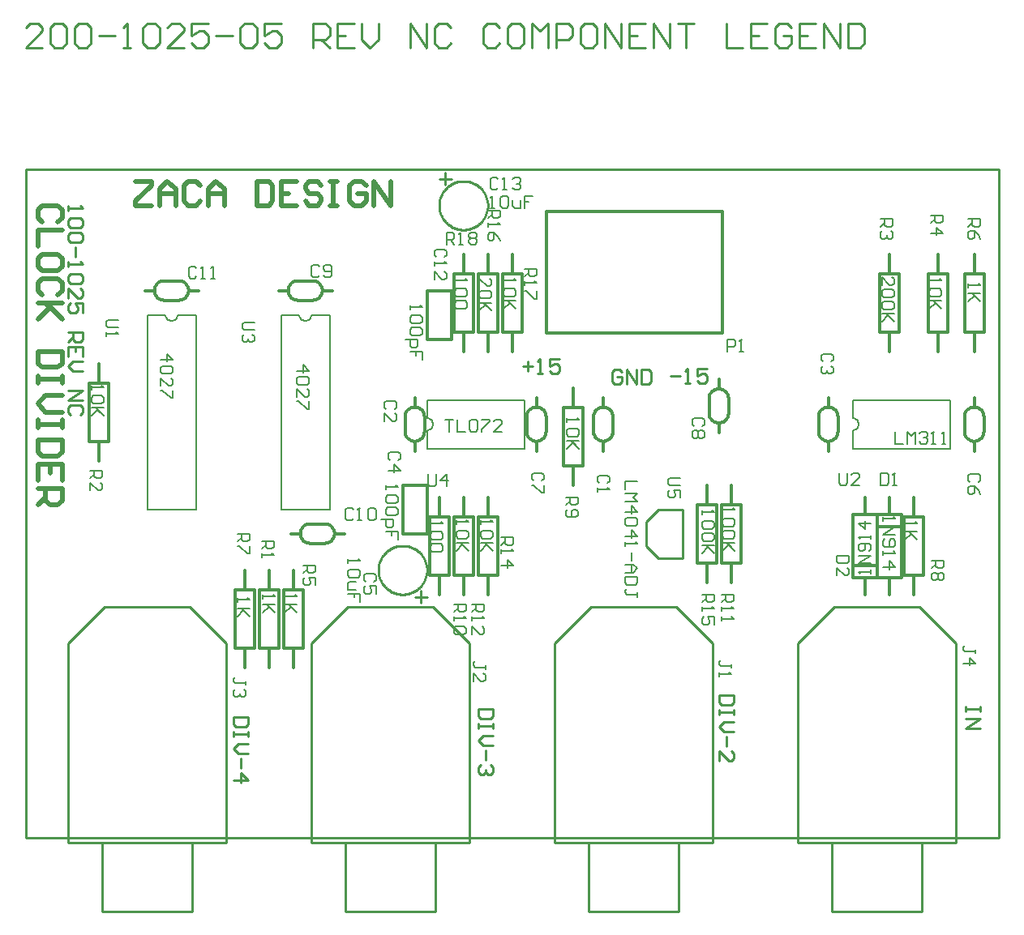
<source format=gto>
*%FSLAX23Y23*%
*%MOIN*%
G01*
%ADD11C,0.007*%
%ADD12C,0.008*%
%ADD13C,0.010*%
%ADD14C,0.012*%
%ADD15C,0.020*%
%ADD16C,0.032*%
%ADD17C,0.036*%
%ADD18C,0.050*%
%ADD19C,0.052*%
%ADD20C,0.055*%
%ADD21C,0.056*%
%ADD22C,0.060*%
%ADD23C,0.061*%
%ADD24C,0.062*%
%ADD25C,0.068*%
%ADD26C,0.070*%
%ADD27C,0.080*%
%ADD28C,0.090*%
%ADD29C,0.095*%
%ADD30C,0.115*%
%ADD31C,0.120*%
%ADD32C,0.125*%
%ADD33C,0.126*%
%ADD34C,0.131*%
%ADD35C,0.150*%
%ADD36C,0.156*%
%ADD37R,0.062X0.062*%
%ADD38R,0.068X0.068*%
D12*
X11657Y8734D02*
Y8751D01*
Y8743D02*
Y8734D01*
Y8743D02*
X11707D01*
X11708D01*
X11707D02*
X11699Y8751D01*
Y8709D02*
X11707Y8701D01*
Y8684D01*
X11699Y8676D01*
X11665D01*
X11657Y8684D01*
Y8701D01*
X11665Y8709D01*
X11699D01*
X11707Y8659D02*
X11657D01*
X11674D01*
X11707Y8626D01*
X11682Y8651D01*
X11657Y8626D01*
X11662Y9011D02*
X11712D01*
Y8986D01*
X11704Y8978D01*
X11687D01*
X11679Y8986D01*
Y9011D01*
Y8994D02*
X11662Y8978D01*
Y8936D02*
X11712D01*
X11687Y8961D01*
Y8928D01*
X11817Y8731D02*
Y8714D01*
Y8723D01*
X11867D01*
X11868D01*
X11867D02*
X11859Y8731D01*
X11867Y8689D02*
X11817D01*
X11834D01*
X11867Y8656D01*
X11842Y8681D01*
X11817Y8656D01*
Y8996D02*
X11867D01*
Y8971D01*
X11859Y8963D01*
X11842D01*
X11834Y8971D01*
Y8996D01*
Y8979D02*
X11817Y8963D01*
X11859Y8929D02*
X11867Y8913D01*
X11859Y8929D02*
X11842Y8946D01*
X11825D01*
X11817Y8938D01*
Y8921D01*
X11825Y8913D01*
X11834D01*
X11842Y8921D01*
Y8946D01*
X11867Y7921D02*
X11859Y7913D01*
X11867Y7921D02*
Y7938D01*
X11859Y7946D01*
X11825D01*
X11817Y7938D01*
Y7921D01*
X11825Y7913D01*
X11859Y7879D02*
X11867Y7863D01*
X11859Y7879D02*
X11842Y7896D01*
X11825D01*
X11817Y7888D01*
Y7871D01*
X11825Y7863D01*
X11834D01*
X11842Y7871D01*
Y7896D01*
X11462Y8723D02*
Y8756D01*
X11495Y8723D01*
X11504D01*
X11512Y8731D01*
Y8748D01*
X11504Y8756D01*
Y8706D02*
X11512Y8698D01*
Y8681D01*
X11504Y8673D01*
X11470D01*
X11462Y8681D01*
Y8698D01*
X11470Y8706D01*
X11504D01*
Y8656D02*
X11512Y8648D01*
Y8631D01*
X11504Y8623D01*
X11470D01*
X11462Y8631D01*
Y8648D01*
X11470Y8656D01*
X11504D01*
X11512Y8606D02*
X11462D01*
X11479D01*
X11512Y8573D01*
X11487Y8598D01*
X11462Y8573D01*
X11457Y8996D02*
X11507D01*
Y8971D01*
X11499Y8963D01*
X11482D01*
X11474Y8971D01*
Y8996D01*
Y8979D02*
X11457Y8963D01*
X11499Y8946D02*
X11507Y8938D01*
Y8921D01*
X11499Y8913D01*
X11490D01*
X11491D01*
X11490D02*
X11491D01*
X11490D02*
X11491D01*
X11490D02*
X11482Y8921D01*
Y8929D01*
Y8921D01*
X11474Y8913D01*
X11465D01*
X11457Y8921D01*
Y8938D01*
X11465Y8946D01*
X10732Y8151D02*
X10724Y8143D01*
X10732Y8151D02*
Y8168D01*
X10724Y8176D01*
X10690D01*
X10682Y8168D01*
Y8151D01*
X10690Y8143D01*
X10724Y8126D02*
X10732Y8118D01*
Y8101D01*
X10724Y8093D01*
X10715D01*
X10707Y8101D01*
X10699Y8093D01*
X10690D01*
X10682Y8101D01*
Y8118D01*
X10690Y8126D01*
X10699D01*
X10707Y8118D01*
X10715Y8126D01*
X10724D01*
X10707Y8118D02*
Y8101D01*
X10342Y7916D02*
X10334Y7908D01*
X10342Y7916D02*
Y7933D01*
X10334Y7941D01*
X10300D01*
X10292Y7933D01*
Y7916D01*
X10300Y7908D01*
X10292Y7891D02*
Y7874D01*
Y7883D01*
X10342D01*
X10343D01*
X10342D02*
X10334Y7891D01*
X10807Y7806D02*
Y7789D01*
Y7798D01*
X10857D01*
X10858D01*
X10857D02*
X10849Y7806D01*
Y7764D02*
X10857Y7756D01*
Y7739D01*
X10849Y7731D01*
X10815D01*
X10807Y7739D01*
Y7756D01*
X10815Y7764D01*
X10849D01*
Y7714D02*
X10857Y7706D01*
Y7689D01*
X10849Y7681D01*
X10815D01*
X10807Y7689D01*
Y7706D01*
X10815Y7714D01*
X10849D01*
X10857Y7664D02*
X10807D01*
X10824D01*
X10857Y7631D01*
X10832Y7656D01*
X10807Y7631D01*
X10802Y7451D02*
X10852D01*
Y7426D01*
X10844Y7418D01*
X10827D01*
X10819Y7426D01*
Y7451D01*
Y7434D02*
X10802Y7418D01*
Y7401D02*
Y7384D01*
Y7393D01*
X10852D01*
X10853D01*
X10852D02*
X10844Y7401D01*
X10802Y7359D02*
Y7343D01*
Y7351D01*
X10852D01*
X10853D01*
X10852D02*
X10844Y7359D01*
X10722Y7779D02*
Y7796D01*
Y7788D02*
Y7779D01*
Y7788D02*
X10772D01*
X10773D01*
X10772D02*
X10764Y7796D01*
Y7754D02*
X10772Y7746D01*
Y7729D01*
X10764Y7721D01*
X10730D01*
X10722Y7729D01*
Y7746D01*
X10730Y7754D01*
X10764D01*
Y7704D02*
X10772Y7696D01*
Y7679D01*
X10764Y7671D01*
X10730D01*
X10722Y7679D01*
Y7696D01*
X10730Y7704D01*
X10764D01*
X10772Y7654D02*
X10722D01*
X10739D01*
X10772Y7621D01*
X10747Y7646D01*
X10722Y7621D01*
Y7451D02*
X10772D01*
Y7426D01*
X10764Y7418D01*
X10747D01*
X10739Y7426D01*
Y7451D01*
Y7434D02*
X10722Y7418D01*
Y7401D02*
Y7384D01*
Y7393D01*
X10772D01*
X10773D01*
X10772D02*
X10764Y7401D01*
X10772Y7359D02*
Y7326D01*
Y7359D02*
X10747D01*
X10755Y7343D01*
Y7334D01*
X10747Y7326D01*
X10730D01*
X10722Y7334D01*
Y7351D01*
X10730Y7359D01*
X10457Y7916D02*
X10407D01*
Y7883D01*
Y7866D02*
X10457D01*
X10440Y7849D01*
X10457Y7833D01*
X10407D01*
Y7791D02*
X10457D01*
X10432Y7816D01*
Y7783D01*
X10449Y7766D02*
X10457Y7758D01*
Y7741D01*
X10449Y7733D01*
X10415D01*
X10407Y7741D01*
Y7758D01*
X10415Y7766D01*
X10449D01*
X10457Y7691D02*
X10407D01*
X10432Y7716D02*
X10457Y7691D01*
X10432Y7683D02*
Y7716D01*
X10407Y7666D02*
Y7649D01*
Y7658D01*
X10457D01*
X10458D01*
X10457D02*
X10449Y7666D01*
X10432Y7624D02*
Y7591D01*
X10440Y7574D02*
X10407D01*
X10440D02*
X10457Y7558D01*
X10440Y7541D01*
X10407D01*
X10432D01*
Y7574D01*
X10457Y7524D02*
X10407D01*
Y7499D01*
X10415Y7491D01*
X10449D01*
X10457Y7499D01*
Y7524D01*
Y7458D02*
Y7441D01*
Y7449D02*
Y7458D01*
Y7449D02*
X10415D01*
X10407Y7458D01*
Y7466D01*
X10415Y7474D01*
X10590Y7931D02*
X10632D01*
X10590D02*
X10582Y7923D01*
Y7906D01*
X10590Y7898D01*
X10632D01*
Y7881D02*
Y7848D01*
Y7881D02*
X10607D01*
X10615Y7864D01*
Y7856D01*
X10607Y7848D01*
X10590D01*
X10582Y7856D01*
Y7873D01*
X10590Y7881D01*
X10167Y8159D02*
Y8176D01*
Y8168D02*
Y8159D01*
Y8168D02*
X10217D01*
X10218D01*
X10217D02*
X10209Y8176D01*
Y8134D02*
X10217Y8126D01*
Y8109D01*
X10209Y8101D01*
X10175D01*
X10167Y8109D01*
Y8126D01*
X10175Y8134D01*
X10209D01*
X10217Y8084D02*
X10167D01*
X10184D01*
X10217Y8051D01*
X10192Y8076D01*
X10167Y8051D01*
X10162Y7851D02*
X10212D01*
Y7826D01*
X10204Y7818D01*
X10187D01*
X10179Y7826D01*
Y7851D01*
Y7834D02*
X10162Y7818D01*
X10170Y7801D02*
X10162Y7793D01*
Y7776D01*
X10170Y7768D01*
X10204D01*
X10212Y7776D01*
Y7793D01*
X10204Y7801D01*
X10195D01*
X10187Y7793D01*
Y7768D01*
X10827Y8451D02*
Y8501D01*
X10852D01*
X10860Y8493D01*
Y8476D01*
X10852Y8468D01*
X10827D01*
X10877Y8451D02*
X10894D01*
X10885D01*
Y8501D01*
X10886D01*
X10885D02*
X10877Y8493D01*
X11417Y7553D02*
Y7536D01*
Y7544D02*
Y7553D01*
Y7544D02*
X11367D01*
X11368D01*
X11367D02*
X11375Y7536D01*
X11367Y7578D02*
X11417D01*
Y7611D02*
X11367Y7578D01*
Y7611D02*
X11417D01*
X11409Y7628D02*
X11417Y7636D01*
Y7653D01*
X11409Y7661D01*
X11375D01*
X11367Y7653D01*
Y7636D01*
X11375Y7628D01*
X11384D01*
X11392Y7636D01*
Y7661D01*
X11417Y7678D02*
Y7694D01*
Y7686D01*
X11367D01*
X11368D01*
X11367D02*
X11375Y7678D01*
X11367Y7744D02*
X11417D01*
X11392Y7719D02*
X11367Y7744D01*
X11392Y7753D02*
Y7719D01*
X11327Y7611D02*
X11277D01*
Y7586D01*
X11285Y7578D01*
X11319D01*
X11327Y7586D01*
Y7611D01*
X11277Y7561D02*
Y7528D01*
Y7561D02*
X11310Y7528D01*
X11319D01*
X11327Y7536D01*
Y7553D01*
X11319Y7561D01*
X11467Y7754D02*
Y7771D01*
Y7763D02*
Y7754D01*
Y7763D02*
X11517D01*
X11518D01*
X11517D02*
X11509Y7771D01*
X11517Y7729D02*
X11467D01*
Y7696D02*
X11517Y7729D01*
Y7696D02*
X11467D01*
X11475Y7679D02*
X11467Y7671D01*
Y7654D01*
X11475Y7646D01*
X11509D01*
X11517Y7654D01*
Y7671D01*
X11509Y7679D01*
X11500D01*
X11492Y7671D01*
Y7646D01*
X11467Y7629D02*
Y7613D01*
Y7621D01*
X11517D01*
X11518D01*
X11517D02*
X11509Y7629D01*
X11517Y7563D02*
X11467D01*
X11492Y7588D02*
X11517Y7563D01*
X11492Y7554D02*
Y7588D01*
X11457Y7901D02*
Y7951D01*
Y7901D02*
X11482D01*
X11490Y7909D01*
Y7943D01*
X11482Y7951D01*
X11457D01*
X11507Y7901D02*
X11524D01*
X11515D01*
Y7951D01*
X11516D01*
X11515D02*
X11507Y7943D01*
X11557Y7751D02*
Y7734D01*
Y7743D01*
X11607D01*
X11608D01*
X11607D02*
X11599Y7751D01*
X11607Y7709D02*
X11557D01*
X11574D01*
X11607Y7676D01*
X11582Y7701D01*
X11557Y7676D01*
X11667Y7591D02*
X11717D01*
Y7566D01*
X11709Y7558D01*
X11692D01*
X11684Y7566D01*
Y7591D01*
Y7574D02*
X11667Y7558D01*
X11709Y7541D02*
X11717Y7533D01*
Y7516D01*
X11709Y7508D01*
X11700D01*
X11692Y7516D01*
X11684Y7508D01*
X11675D01*
X11667Y7516D01*
Y7533D01*
X11675Y7541D01*
X11684D01*
X11692Y7533D01*
X11700Y7541D01*
X11709D01*
X11692Y7533D02*
Y7516D01*
X11254Y8408D02*
X11262Y8416D01*
Y8433D01*
X11254Y8441D01*
X11220D01*
X11212Y8433D01*
Y8416D01*
X11220Y8408D01*
X11254Y8391D02*
X11262Y8383D01*
Y8366D01*
X11254Y8358D01*
X11245D01*
X11246D01*
X11245D02*
X11246D01*
X11245D02*
X11246D01*
X11245D02*
X11237Y8366D01*
Y8374D01*
Y8366D01*
X11229Y8358D01*
X11220D01*
X11212Y8366D01*
Y8383D01*
X11220Y8391D01*
X11342Y8176D02*
X11345Y8176D01*
X11348Y8175D01*
X11352Y8174D01*
X11354Y8173D01*
X11357Y8171D01*
X11360Y8169D01*
X11362Y8166D01*
X11364Y8164D01*
X11365Y8161D01*
X11366Y8157D01*
X11367Y8154D01*
X11367Y8151D01*
X11367Y8148D01*
X11366Y8145D01*
X11365Y8141D01*
X11364Y8138D01*
X11362Y8136D01*
X11360Y8133D01*
X11357Y8131D01*
X11354Y8129D01*
X11352Y8128D01*
X11348Y8127D01*
X11345Y8126D01*
X11342Y8126D01*
Y8051D01*
Y8176D02*
Y8251D01*
X11742D02*
Y8051D01*
Y8251D02*
X11342D01*
Y8051D02*
X11742D01*
X11517Y8071D02*
Y8121D01*
Y8071D02*
X11550D01*
X11567D02*
Y8121D01*
X11584Y8104D01*
X11600Y8121D01*
Y8071D01*
X11617Y8113D02*
X11625Y8121D01*
X11642D01*
X11650Y8113D01*
Y8104D01*
X11651D01*
X11650D02*
X11651D01*
X11650D02*
X11651D01*
X11650D02*
X11642Y8096D01*
X11634D01*
X11642D01*
X11650Y8088D01*
Y8079D01*
X11642Y8071D01*
X11625D01*
X11617Y8079D01*
X11667Y8071D02*
X11684D01*
X11675D01*
Y8121D01*
X11676D01*
X11675D02*
X11667Y8113D01*
X11709Y8071D02*
X11725D01*
X11717D01*
Y8121D01*
X11718D01*
X11717D02*
X11709Y8113D01*
X11287Y7951D02*
Y7909D01*
X11295Y7901D01*
X11312D01*
X11320Y7909D01*
Y7951D01*
X11337Y7901D02*
X11370D01*
X11337D02*
X11370Y7934D01*
Y7943D01*
X11362Y7951D01*
X11345D01*
X11337Y7943D01*
X10842Y7164D02*
Y7148D01*
Y7156D02*
Y7164D01*
Y7156D02*
X10800D01*
X10792Y7164D01*
Y7173D01*
X10800Y7181D01*
X10792Y7131D02*
Y7114D01*
Y7123D01*
X10842D01*
X10843D01*
X10842D02*
X10834Y7131D01*
X11847Y7208D02*
Y7224D01*
Y7216D01*
X11805D01*
X11797Y7224D01*
Y7233D01*
X11805Y7241D01*
X11797Y7166D02*
X11847D01*
X11822Y7191D01*
Y7158D01*
X9150Y8798D02*
X9142Y8806D01*
X9125D01*
X9117Y8798D01*
Y8764D01*
X9125Y8756D01*
X9142D01*
X9150Y8764D01*
X9167D02*
X9175Y8756D01*
X9192D01*
X9200Y8764D01*
Y8798D01*
X9192Y8806D01*
X9175D01*
X9167Y8798D01*
Y8789D01*
X9175Y8781D01*
X9200D01*
X8645Y8793D02*
X8637Y8801D01*
X8620D01*
X8612Y8793D01*
Y8759D01*
X8620Y8751D01*
X8637D01*
X8645Y8759D01*
X8662Y8751D02*
X8679D01*
X8670D01*
Y8801D01*
X8671D01*
X8670D02*
X8662Y8793D01*
X8704Y8751D02*
X8720D01*
X8712D01*
Y8801D01*
X8713D01*
X8712D02*
X8704Y8793D01*
X9852Y9041D02*
X9869D01*
X9860D01*
Y9091D01*
X9861D01*
X9860D02*
X9852Y9083D01*
X9894D02*
X9902Y9091D01*
X9919D01*
X9927Y9083D01*
Y9049D01*
X9919Y9041D01*
X9902D01*
X9894Y9049D01*
Y9083D01*
X9944Y9074D02*
Y9049D01*
X9952Y9041D01*
X9977D01*
Y9074D01*
X9994Y9091D02*
X10027D01*
X9994D02*
Y9066D01*
X10010D01*
X9994D01*
Y9041D01*
X9885Y9158D02*
X9877Y9166D01*
X9860D01*
X9852Y9158D01*
Y9124D01*
X9860Y9116D01*
X9877D01*
X9885Y9124D01*
X9902Y9116D02*
X9919D01*
X9910D01*
Y9166D01*
X9911D01*
X9910D02*
X9902Y9158D01*
X9944D02*
X9952Y9166D01*
X9969D01*
X9977Y9158D01*
Y9149D01*
X9978D01*
X9977D02*
X9978D01*
X9977D02*
X9978D01*
X9977D02*
X9969Y9141D01*
X9960D01*
X9969D01*
X9977Y9133D01*
Y9124D01*
X9969Y9116D01*
X9952D01*
X9944Y9124D01*
X9907Y8751D02*
Y8734D01*
Y8743D01*
X9957D01*
X9958D01*
X9957D02*
X9949Y8751D01*
Y8709D02*
X9957Y8701D01*
Y8684D01*
X9949Y8676D01*
X9915D01*
X9907Y8684D01*
Y8701D01*
X9915Y8709D01*
X9949D01*
X9957Y8659D02*
X9907D01*
X9924D01*
X9957Y8626D01*
X9932Y8651D01*
X9907Y8626D01*
X9992Y8791D02*
X10042D01*
Y8766D01*
X10034Y8758D01*
X10017D01*
X10009Y8766D01*
Y8791D01*
Y8774D02*
X9992Y8758D01*
Y8741D02*
Y8724D01*
Y8733D01*
X10042D01*
X10043D01*
X10042D02*
X10034Y8741D01*
X10042Y8699D02*
Y8666D01*
X10034D01*
X10000Y8699D01*
X9992D01*
X9522Y8641D02*
Y8624D01*
Y8633D01*
X9572D01*
X9573D01*
X9572D02*
X9564Y8641D01*
Y8599D02*
X9572Y8591D01*
Y8574D01*
X9564Y8566D01*
X9530D01*
X9522Y8574D01*
Y8591D01*
X9530Y8599D01*
X9564D01*
Y8549D02*
X9572Y8541D01*
Y8524D01*
X9564Y8516D01*
X9530D01*
X9522Y8524D01*
Y8541D01*
X9530Y8549D01*
X9564D01*
X9555Y8499D02*
X9505D01*
X9555D02*
Y8474D01*
X9547Y8466D01*
X9530D01*
X9522Y8474D01*
Y8499D01*
X9572Y8449D02*
Y8416D01*
Y8449D02*
X9547D01*
Y8433D01*
Y8449D01*
X9522D01*
X9664Y8838D02*
X9672Y8846D01*
Y8863D01*
X9664Y8871D01*
X9630D01*
X9622Y8863D01*
Y8846D01*
X9630Y8838D01*
X9622Y8821D02*
Y8804D01*
Y8813D01*
X9672D01*
X9673D01*
X9672D02*
X9664Y8821D01*
X9622Y8779D02*
Y8746D01*
Y8779D02*
X9655Y8746D01*
X9664D01*
X9672Y8754D01*
Y8771D01*
X9664Y8779D01*
X8917Y7451D02*
Y7434D01*
Y7443D01*
X8967D01*
X8968D01*
X8967D02*
X8959Y7451D01*
X8967Y7409D02*
X8917D01*
X8934D01*
X8967Y7376D01*
X8942Y7401D01*
X8917Y7376D01*
X8912Y7671D02*
X8962D01*
Y7646D01*
X8954Y7638D01*
X8937D01*
X8929Y7646D01*
Y7671D01*
Y7654D02*
X8912Y7638D01*
Y7621D02*
Y7604D01*
Y7613D01*
X8962D01*
X8963D01*
X8962D02*
X8954Y7621D01*
X9267Y7596D02*
Y7579D01*
Y7588D01*
X9317D01*
X9318D01*
X9317D02*
X9309Y7596D01*
Y7554D02*
X9317Y7546D01*
Y7529D01*
X9309Y7521D01*
X9275D01*
X9267Y7529D01*
Y7546D01*
X9275Y7554D01*
X9309D01*
X9300Y7504D02*
X9275D01*
X9267Y7496D01*
Y7471D01*
X9300D01*
X9317Y7454D02*
Y7421D01*
Y7454D02*
X9292D01*
Y7438D01*
Y7454D01*
X9267D01*
X9374Y7503D02*
X9382Y7511D01*
Y7528D01*
X9374Y7536D01*
X9340D01*
X9332Y7528D01*
Y7511D01*
X9340Y7503D01*
X9382Y7486D02*
Y7453D01*
Y7486D02*
X9357D01*
X9365Y7469D01*
Y7461D01*
X9357Y7453D01*
X9340D01*
X9332Y7461D01*
Y7478D01*
X9340Y7486D01*
X9007Y7451D02*
Y7434D01*
Y7443D01*
X9057D01*
X9058D01*
X9057D02*
X9049Y7451D01*
X9057Y7409D02*
X9007D01*
X9024D01*
X9057Y7376D01*
X9032Y7401D01*
X9007Y7376D01*
X9082Y7571D02*
X9132D01*
Y7546D01*
X9124Y7538D01*
X9107D01*
X9099Y7546D01*
Y7571D01*
Y7554D02*
X9082Y7538D01*
X9132Y7521D02*
Y7488D01*
Y7521D02*
X9107D01*
X9115Y7504D01*
Y7496D01*
X9107Y7488D01*
X9090D01*
X9082Y7496D01*
Y7513D01*
X9090Y7521D01*
X8812Y7436D02*
Y7419D01*
Y7428D01*
X8862D01*
X8863D01*
X8862D02*
X8854Y7436D01*
X8862Y7394D02*
X8812D01*
X8829D01*
X8862Y7361D01*
X8837Y7386D01*
X8812Y7361D01*
Y7701D02*
X8862D01*
Y7676D01*
X8854Y7668D01*
X8837D01*
X8829Y7676D01*
Y7701D01*
Y7684D02*
X8812Y7668D01*
X8862Y7651D02*
Y7618D01*
X8854D01*
X8820Y7651D01*
X8812D01*
X9282Y7806D02*
X9290Y7798D01*
X9282Y7806D02*
X9265D01*
X9257Y7798D01*
Y7764D01*
X9265Y7756D01*
X9282D01*
X9290Y7764D01*
X9307Y7756D02*
X9324D01*
X9315D01*
Y7806D01*
X9316D01*
X9315D02*
X9307Y7798D01*
X9349D02*
X9357Y7806D01*
X9374D01*
X9382Y7798D01*
Y7764D01*
X9374Y7756D01*
X9357D01*
X9349Y7764D01*
Y7798D01*
X9117Y8601D02*
X9117Y8598D01*
X9116Y8595D01*
X9115Y8591D01*
X9114Y8588D01*
X9112Y8586D01*
X9110Y8583D01*
X9107Y8581D01*
X9104Y8579D01*
X9102Y8578D01*
X9098Y8577D01*
X9095Y8576D01*
X9092Y8576D01*
X9089Y8576D01*
X9086Y8577D01*
X9082Y8578D01*
X9080Y8579D01*
X9077Y8581D01*
X9074Y8583D01*
X9072Y8586D01*
X9070Y8588D01*
X9069Y8591D01*
X9068Y8595D01*
X9067Y8598D01*
X9067Y8601D01*
X9192D02*
Y7801D01*
X8992D02*
Y8601D01*
X9067D01*
X9117D02*
X9192D01*
Y7801D02*
X8992D01*
X9057Y8371D02*
X9107D01*
X9082Y8396D01*
Y8363D01*
X9099Y8346D02*
X9107Y8338D01*
Y8321D01*
X9099Y8313D01*
X9065D01*
X9057Y8321D01*
Y8338D01*
X9065Y8346D01*
X9099D01*
X9057Y8296D02*
Y8263D01*
Y8296D02*
X9090Y8263D01*
X9099D01*
X9107Y8271D01*
Y8288D01*
X9099Y8296D01*
X9107Y8246D02*
Y8213D01*
X9099D01*
X9065Y8246D01*
X9057D01*
X8882Y8571D02*
X8840D01*
X8832Y8563D01*
Y8546D01*
X8840Y8538D01*
X8882D01*
X8874Y8521D02*
X8882Y8513D01*
Y8496D01*
X8874Y8488D01*
X8865D01*
X8866D01*
X8865D02*
X8866D01*
X8865D02*
X8866D01*
X8865D02*
X8857Y8496D01*
Y8504D01*
Y8496D01*
X8849Y8488D01*
X8840D01*
X8832Y8496D01*
Y8513D01*
X8840Y8521D01*
X10064Y7918D02*
X10072Y7926D01*
Y7943D01*
X10064Y7951D01*
X10030D01*
X10022Y7943D01*
Y7926D01*
X10030Y7918D01*
X10072Y7901D02*
Y7868D01*
X10064D01*
X10030Y7901D01*
X10022D01*
X9707Y8734D02*
Y8751D01*
Y8743D02*
Y8734D01*
Y8743D02*
X9757D01*
X9758D01*
X9757D02*
X9749Y8751D01*
Y8709D02*
X9757Y8701D01*
Y8684D01*
X9749Y8676D01*
X9715D01*
X9707Y8684D01*
Y8701D01*
X9715Y8709D01*
X9749D01*
Y8659D02*
X9757Y8651D01*
Y8634D01*
X9749Y8626D01*
X9715D01*
X9707Y8634D01*
Y8651D01*
X9715Y8659D01*
X9749D01*
X9672Y8891D02*
Y8941D01*
X9697D01*
X9705Y8933D01*
Y8916D01*
X9697Y8908D01*
X9672D01*
X9689D02*
X9705Y8891D01*
X9722D02*
X9739D01*
X9730D01*
Y8941D01*
X9731D01*
X9730D02*
X9722Y8933D01*
X9764D02*
X9772Y8941D01*
X9789D01*
X9797Y8933D01*
Y8924D01*
X9789Y8916D01*
X9797Y8908D01*
Y8899D01*
X9789Y8891D01*
X9772D01*
X9764Y8899D01*
Y8908D01*
X9772Y8916D01*
X9764Y8924D01*
Y8933D01*
X9772Y8916D02*
X9789D01*
X9812Y7756D02*
Y7739D01*
Y7748D01*
X9862D01*
X9863D01*
X9862D02*
X9854Y7756D01*
Y7714D02*
X9862Y7706D01*
Y7689D01*
X9854Y7681D01*
X9820D01*
X9812Y7689D01*
Y7706D01*
X9820Y7714D01*
X9854D01*
X9862Y7664D02*
X9812D01*
X9829D01*
X9862Y7631D01*
X9837Y7656D01*
X9812Y7631D01*
X9897Y7686D02*
X9947D01*
Y7661D01*
X9939Y7653D01*
X9922D01*
X9914Y7661D01*
Y7686D01*
Y7669D02*
X9897Y7653D01*
Y7636D02*
Y7619D01*
Y7628D01*
X9947D01*
X9948D01*
X9947D02*
X9939Y7636D01*
X9947Y7569D02*
X9897D01*
X9922Y7594D02*
X9947Y7569D01*
X9922Y7561D02*
Y7594D01*
X9712Y7739D02*
Y7756D01*
Y7748D02*
Y7739D01*
Y7748D02*
X9762D01*
X9763D01*
X9762D02*
X9754Y7756D01*
Y7714D02*
X9762Y7706D01*
Y7689D01*
X9754Y7681D01*
X9720D01*
X9712Y7689D01*
Y7706D01*
X9720Y7714D01*
X9754D01*
X9762Y7664D02*
X9712D01*
X9729D01*
X9762Y7631D01*
X9737Y7656D01*
X9712Y7631D01*
X9777Y7411D02*
X9827D01*
Y7386D01*
X9819Y7378D01*
X9802D01*
X9794Y7386D01*
Y7411D01*
Y7394D02*
X9777Y7378D01*
Y7361D02*
Y7344D01*
Y7353D01*
X9827D01*
X9828D01*
X9827D02*
X9819Y7361D01*
X9777Y7319D02*
Y7286D01*
Y7319D02*
X9810Y7286D01*
X9819D01*
X9827Y7294D01*
Y7311D01*
X9819Y7319D01*
X9422Y7884D02*
Y7901D01*
Y7893D02*
Y7884D01*
Y7893D02*
X9472D01*
X9473D01*
X9472D02*
X9464Y7901D01*
Y7859D02*
X9472Y7851D01*
Y7834D01*
X9464Y7826D01*
X9430D01*
X9422Y7834D01*
Y7851D01*
X9430Y7859D01*
X9464D01*
Y7809D02*
X9472Y7801D01*
Y7784D01*
X9464Y7776D01*
X9430D01*
X9422Y7784D01*
Y7801D01*
X9430Y7809D01*
X9464D01*
X9455Y7759D02*
X9405D01*
X9455D02*
Y7734D01*
X9447Y7726D01*
X9430D01*
X9422Y7734D01*
Y7759D01*
X9472Y7709D02*
Y7676D01*
Y7709D02*
X9447D01*
Y7693D01*
Y7709D01*
X9422D01*
X9474Y8003D02*
X9482Y8011D01*
Y8028D01*
X9474Y8036D01*
X9440D01*
X9432Y8028D01*
Y8011D01*
X9440Y8003D01*
X9432Y7961D02*
X9482D01*
X9457Y7986D01*
Y7953D01*
X9607Y7751D02*
Y7734D01*
Y7743D01*
X9657D01*
X9658D01*
X9657D02*
X9649Y7751D01*
Y7709D02*
X9657Y7701D01*
Y7684D01*
X9649Y7676D01*
X9615D01*
X9607Y7684D01*
Y7701D01*
X9615Y7709D01*
X9649D01*
Y7659D02*
X9657Y7651D01*
Y7634D01*
X9649Y7626D01*
X9615D01*
X9607Y7634D01*
Y7651D01*
X9615Y7659D01*
X9649D01*
X9702Y7411D02*
X9752D01*
Y7386D01*
X9744Y7378D01*
X9727D01*
X9719Y7386D01*
Y7411D01*
Y7394D02*
X9702Y7378D01*
Y7361D02*
Y7344D01*
Y7353D01*
X9752D01*
X9753D01*
X9752D02*
X9744Y7361D01*
Y7319D02*
X9752Y7311D01*
Y7294D01*
X9744Y7286D01*
X9710D01*
X9702Y7294D01*
Y7311D01*
X9710Y7319D01*
X9744D01*
X9459Y8213D02*
X9467Y8221D01*
Y8238D01*
X9459Y8246D01*
X9425D01*
X9417Y8238D01*
Y8221D01*
X9425Y8213D01*
X9417Y8196D02*
Y8163D01*
Y8196D02*
X9450Y8163D01*
X9459D01*
X9467Y8171D01*
Y8188D01*
X9459Y8196D01*
X9592Y8176D02*
X9595Y8176D01*
X9598Y8175D01*
X9602Y8174D01*
X9604Y8173D01*
X9607Y8171D01*
X9610Y8169D01*
X9612Y8166D01*
X9614Y8164D01*
X9615Y8161D01*
X9616Y8157D01*
X9617Y8154D01*
X9617Y8151D01*
X9617Y8148D01*
X9616Y8145D01*
X9615Y8141D01*
X9614Y8138D01*
X9612Y8136D01*
X9610Y8133D01*
X9607Y8131D01*
X9604Y8129D01*
X9602Y8128D01*
X9598Y8127D01*
X9595Y8126D01*
X9592Y8126D01*
Y8051D01*
Y8176D02*
Y8251D01*
X9992D02*
Y8051D01*
Y8251D02*
X9592D01*
Y8051D02*
X9992D01*
X9700Y8171D02*
X9667D01*
X9684D02*
X9700D01*
X9684D02*
Y8121D01*
X9717D02*
Y8171D01*
Y8121D02*
X9750D01*
X9767Y8163D02*
X9775Y8171D01*
X9792D01*
X9800Y8163D01*
Y8129D01*
X9792Y8121D01*
X9775D01*
X9767Y8129D01*
Y8163D01*
X9817Y8171D02*
X9850D01*
Y8163D01*
X9817Y8129D01*
Y8121D01*
X9867D02*
X9900D01*
X9867D02*
X9900Y8154D01*
Y8163D01*
X9892Y8171D01*
X9875D01*
X9867Y8163D01*
X9597Y7946D02*
Y7904D01*
X9605Y7896D01*
X9622D01*
X9630Y7904D01*
Y7946D01*
X9672D02*
Y7896D01*
X9647Y7921D02*
X9672Y7946D01*
X9680Y7921D02*
X9647D01*
X9807Y8718D02*
Y8751D01*
X9840Y8718D01*
X9849D01*
X9857Y8726D01*
Y8743D01*
X9849Y8751D01*
Y8701D02*
X9857Y8693D01*
Y8676D01*
X9849Y8668D01*
X9815D01*
X9807Y8676D01*
Y8693D01*
X9815Y8701D01*
X9849D01*
X9857Y8651D02*
X9807D01*
X9824D01*
X9857Y8618D01*
X9832Y8643D01*
X9807Y8618D01*
X9842Y9031D02*
X9892D01*
Y9006D01*
X9884Y8998D01*
X9867D01*
X9859Y9006D01*
Y9031D01*
Y9014D02*
X9842Y8998D01*
Y8981D02*
Y8964D01*
Y8973D01*
X9892D01*
X9893D01*
X9892D02*
X9884Y8981D01*
Y8923D02*
X9892Y8906D01*
X9884Y8923D02*
X9867Y8939D01*
X9850D01*
X9842Y8931D01*
Y8914D01*
X9850Y8906D01*
X9859D01*
X9867Y8914D01*
Y8939D01*
X9832Y7159D02*
Y7143D01*
Y7151D02*
Y7159D01*
Y7151D02*
X9790D01*
X9782Y7159D01*
Y7168D01*
X9790Y7176D01*
X9782Y7126D02*
Y7093D01*
Y7126D02*
X9815Y7093D01*
X9824D01*
X9832Y7101D01*
Y7118D01*
X9824Y7126D01*
X8567Y8601D02*
X8567Y8598D01*
X8566Y8595D01*
X8565Y8591D01*
X8564Y8588D01*
X8562Y8586D01*
X8560Y8583D01*
X8557Y8581D01*
X8554Y8579D01*
X8552Y8578D01*
X8548Y8577D01*
X8545Y8576D01*
X8542Y8576D01*
X8539Y8576D01*
X8536Y8577D01*
X8532Y8578D01*
X8530Y8579D01*
X8527Y8581D01*
X8524Y8583D01*
X8522Y8586D01*
X8520Y8588D01*
X8519Y8591D01*
X8518Y8595D01*
X8517Y8598D01*
X8517Y8601D01*
X8642D02*
Y7801D01*
X8442D02*
Y8601D01*
X8517D01*
X8567D02*
X8642D01*
Y7801D02*
X8442D01*
X8497Y8416D02*
X8547D01*
X8522Y8441D01*
Y8408D01*
X8539Y8391D02*
X8547Y8383D01*
Y8366D01*
X8539Y8358D01*
X8505D01*
X8497Y8366D01*
Y8383D01*
X8505Y8391D01*
X8539D01*
X8497Y8341D02*
Y8308D01*
Y8341D02*
X8530Y8308D01*
X8539D01*
X8547Y8316D01*
Y8333D01*
X8539Y8341D01*
X8547Y8291D02*
Y8258D01*
X8539D01*
X8505Y8291D01*
X8497D01*
X8322Y8581D02*
X8280D01*
X8272Y8573D01*
Y8556D01*
X8280Y8548D01*
X8322D01*
X8272Y8531D02*
Y8514D01*
Y8523D01*
X8322D01*
X8323D01*
X8322D02*
X8314Y8531D01*
X8212Y8311D02*
Y8294D01*
Y8303D01*
X8262D01*
X8263D01*
X8262D02*
X8254Y8311D01*
Y8269D02*
X8262Y8261D01*
Y8244D01*
X8254Y8236D01*
X8220D01*
X8212Y8244D01*
Y8261D01*
X8220Y8269D01*
X8254D01*
X8262Y8219D02*
X8212D01*
X8229D01*
X8262Y8186D01*
X8237Y8211D01*
X8212Y8186D01*
X8207Y7961D02*
X8257D01*
Y7936D01*
X8249Y7928D01*
X8232D01*
X8224Y7936D01*
Y7961D01*
Y7944D02*
X8207Y7928D01*
Y7911D02*
Y7878D01*
Y7911D02*
X8240Y7878D01*
X8249D01*
X8257Y7886D01*
Y7903D01*
X8249Y7911D01*
X8847Y7094D02*
Y7078D01*
Y7086D02*
Y7094D01*
Y7086D02*
X8805D01*
X8797Y7094D01*
Y7103D01*
X8805Y7111D01*
X8839Y7061D02*
X8847Y7053D01*
Y7036D01*
X8839Y7028D01*
X8830D01*
X8831D01*
X8830D02*
X8831D01*
X8830D02*
X8831D01*
X8830D02*
X8822Y7036D01*
Y7044D01*
Y7036D01*
X8814Y7028D01*
X8805D01*
X8797Y7036D01*
Y7053D01*
X8805Y7061D01*
D13*
X10382Y8376D02*
X10392Y8366D01*
X10382Y8376D02*
X10362D01*
X10352Y8366D01*
Y8326D01*
X10362Y8316D01*
X10382D01*
X10392Y8326D01*
Y8346D01*
X10372D01*
X10412Y8316D02*
Y8376D01*
X10452Y8316D01*
Y8376D01*
X10472D02*
Y8316D01*
X10502D01*
X10512Y8326D01*
Y8366D01*
X10502Y8376D01*
X10472D01*
X10592Y8351D02*
X10632D01*
X10652Y8321D02*
X10672D01*
X10662D01*
Y8381D01*
X10663D01*
X10662D02*
X10652Y8371D01*
X10702Y8381D02*
X10742D01*
X10702D02*
Y8351D01*
X10722Y8361D01*
X10732D01*
X10742Y8351D01*
Y8331D01*
X10732Y8321D01*
X10712D01*
X10702Y8331D01*
X10027Y8391D02*
X9987D01*
X10007Y8411D02*
Y8371D01*
X10047Y8361D02*
X10067D01*
X10057D01*
Y8421D01*
X10058D01*
X10057D02*
X10047Y8411D01*
X10097Y8421D02*
X10137D01*
X10097D02*
Y8391D01*
X10117Y8401D01*
X10127D01*
X10137Y8391D01*
Y8371D01*
X10127Y8361D01*
X10107D01*
X10097Y8371D01*
X9862Y6981D02*
X9802D01*
Y6951D01*
X9812Y6941D01*
X9852D01*
X9862Y6951D01*
Y6981D01*
Y6921D02*
Y6901D01*
Y6911D01*
X9802D01*
Y6921D01*
Y6901D01*
X9822Y6871D02*
X9862D01*
X9822D02*
X9802Y6851D01*
X9822Y6831D01*
X9862D01*
X9832Y6811D02*
Y6771D01*
X9852Y6751D02*
X9862Y6741D01*
Y6721D01*
X9852Y6711D01*
X9842D01*
X9843D01*
X9842D02*
X9843D01*
X9842D02*
X9843D01*
X9842D02*
X9832Y6721D01*
Y6731D01*
Y6721D01*
X9822Y6711D01*
X9812D01*
X9802Y6721D01*
Y6741D01*
X9812Y6751D01*
X10792Y7036D02*
X10852D01*
X10792D02*
Y7006D01*
X10802Y6996D01*
X10842D01*
X10852Y7006D01*
Y7036D01*
Y6976D02*
Y6956D01*
Y6966D01*
X10792D01*
Y6976D01*
Y6956D01*
X10812Y6926D02*
X10852D01*
X10812D02*
X10792Y6906D01*
X10812Y6886D01*
X10852D01*
X10822Y6866D02*
Y6826D01*
X10792Y6806D02*
Y6766D01*
Y6806D02*
X10832Y6766D01*
X10842D01*
X10852Y6776D01*
Y6796D01*
X10842Y6806D01*
X11867Y6971D02*
Y6991D01*
Y6981D02*
Y6971D01*
Y6981D02*
X11807D01*
Y6991D01*
Y6971D01*
Y6941D02*
X11867D01*
X11807Y6901D01*
X11867D01*
X8117Y9031D02*
Y9051D01*
Y9041D02*
Y9031D01*
Y9041D02*
X8177D01*
X8178D01*
X8177D02*
X8167Y9051D01*
Y9001D02*
X8177Y8991D01*
Y8971D01*
X8167Y8961D01*
X8127D01*
X8117Y8971D01*
Y8991D01*
X8127Y9001D01*
X8167D01*
Y8941D02*
X8177Y8931D01*
Y8911D01*
X8167Y8901D01*
X8127D01*
X8117Y8911D01*
Y8931D01*
X8127Y8941D01*
X8167D01*
X8147Y8881D02*
Y8841D01*
X8117Y8821D02*
Y8801D01*
Y8811D01*
X8177D01*
X8178D01*
X8177D02*
X8167Y8821D01*
Y8771D02*
X8177Y8761D01*
Y8741D01*
X8167Y8731D01*
X8127D01*
X8117Y8741D01*
Y8761D01*
X8127Y8771D01*
X8167D01*
X8117Y8711D02*
Y8671D01*
Y8711D02*
X8157Y8671D01*
X8167D01*
X8177Y8681D01*
Y8701D01*
X8167Y8711D01*
X8177Y8651D02*
Y8611D01*
Y8651D02*
X8147D01*
X8157Y8631D01*
Y8621D01*
X8147Y8611D01*
X8127D01*
X8117Y8621D01*
Y8641D01*
X8127Y8651D01*
X8117Y8531D02*
X8177D01*
Y8501D01*
X8167Y8491D01*
X8147D01*
X8137Y8501D01*
Y8531D01*
Y8511D02*
X8117Y8491D01*
X8177Y8471D02*
Y8431D01*
Y8471D02*
X8117D01*
Y8431D01*
X8147Y8451D02*
Y8471D01*
X8137Y8411D02*
X8177D01*
X8137D02*
X8117Y8391D01*
X8137Y8371D01*
X8177D01*
Y8291D02*
X8117D01*
Y8251D02*
X8177Y8291D01*
Y8251D02*
X8117D01*
X8167Y8191D02*
X8177Y8201D01*
Y8221D01*
X8167Y8231D01*
X8127D01*
X8117Y8221D01*
Y8201D01*
X8127Y8191D01*
X8797Y6946D02*
X8857D01*
X8797D02*
Y6916D01*
X8807Y6906D01*
X8847D01*
X8857Y6916D01*
Y6946D01*
Y6886D02*
Y6866D01*
Y6876D01*
X8797D01*
Y6886D01*
Y6866D01*
X8817Y6836D02*
X8857D01*
X8817D02*
X8797Y6816D01*
X8817Y6796D01*
X8857D01*
X8827Y6776D02*
Y6736D01*
X8797Y6686D02*
X8857D01*
X8827Y6716D01*
Y6676D01*
X8009Y9701D02*
X7942D01*
X8009Y9768D01*
Y9784D01*
X7992Y9801D01*
X7959D01*
X7942Y9784D01*
X8042D02*
X8059Y9801D01*
X8092D01*
X8109Y9784D01*
Y9718D01*
X8092Y9701D01*
X8059D01*
X8042Y9718D01*
Y9784D01*
X8142D02*
X8159Y9801D01*
X8192D01*
X8209Y9784D01*
Y9718D01*
X8192Y9701D01*
X8159D01*
X8142Y9718D01*
Y9784D01*
X8242Y9751D02*
X8309D01*
X8342Y9701D02*
X8375D01*
X8359D01*
Y9801D01*
X8360D01*
X8359D02*
X8342Y9784D01*
X8425D02*
X8442Y9801D01*
X8475D01*
X8492Y9784D01*
Y9718D01*
X8475Y9701D01*
X8442D01*
X8425Y9718D01*
Y9784D01*
X8525Y9701D02*
X8592D01*
X8525D02*
X8592Y9768D01*
Y9784D01*
X8575Y9801D01*
X8542D01*
X8525Y9784D01*
X8625Y9801D02*
X8692D01*
X8625D02*
Y9751D01*
X8658Y9768D01*
X8675D01*
X8692Y9751D01*
Y9718D01*
X8675Y9701D01*
X8642D01*
X8625Y9718D01*
X8725Y9751D02*
X8792D01*
X8825Y9784D02*
X8842Y9801D01*
X8875D01*
X8892Y9784D01*
Y9718D01*
X8875Y9701D01*
X8842D01*
X8825Y9718D01*
Y9784D01*
X8925Y9801D02*
X8992D01*
X8925D02*
Y9751D01*
X8958Y9768D01*
X8975D01*
X8992Y9751D01*
Y9718D01*
X8975Y9701D01*
X8942D01*
X8925Y9718D01*
X9125Y9701D02*
Y9801D01*
X9175D01*
X9192Y9784D01*
Y9751D01*
X9175Y9734D01*
X9125D01*
X9158D02*
X9192Y9701D01*
X9225Y9801D02*
X9292D01*
X9225D02*
Y9701D01*
X9292D01*
X9258Y9751D02*
X9225D01*
X9325Y9734D02*
Y9801D01*
Y9734D02*
X9358Y9701D01*
X9392Y9734D01*
Y9801D01*
X9525D02*
Y9701D01*
X9591D02*
X9525Y9801D01*
X9591D02*
Y9701D01*
X9691Y9784D02*
X9675Y9801D01*
X9641D01*
X9625Y9784D01*
Y9718D01*
X9641Y9701D01*
X9675D01*
X9691Y9718D01*
X9875Y9801D02*
X9891Y9784D01*
X9875Y9801D02*
X9841D01*
X9825Y9784D01*
Y9718D01*
X9841Y9701D01*
X9875D01*
X9891Y9718D01*
X9941Y9801D02*
X9975D01*
X9941D02*
X9925Y9784D01*
Y9718D01*
X9941Y9701D01*
X9975D01*
X9991Y9718D01*
Y9784D01*
X9975Y9801D01*
X10025D02*
Y9701D01*
X10058Y9768D02*
X10025Y9801D01*
X10058Y9768D02*
X10091Y9801D01*
Y9701D01*
X10125D02*
Y9801D01*
X10175D01*
X10191Y9784D01*
Y9751D01*
X10175Y9734D01*
X10125D01*
X10241Y9801D02*
X10275D01*
X10241D02*
X10225Y9784D01*
Y9718D01*
X10241Y9701D01*
X10275D01*
X10291Y9718D01*
Y9784D01*
X10275Y9801D01*
X10325D02*
Y9701D01*
X10391D02*
X10325Y9801D01*
X10391D02*
Y9701D01*
X10425Y9801D02*
X10491D01*
X10425D02*
Y9701D01*
X10491D01*
X10458Y9751D02*
X10425D01*
X10524Y9701D02*
Y9801D01*
X10591Y9701D01*
Y9801D01*
X10624D02*
X10691D01*
X10658D01*
Y9701D01*
X10824D02*
Y9801D01*
Y9701D02*
X10891D01*
X10924Y9801D02*
X10991D01*
X10924D02*
Y9701D01*
X10991D01*
X10958Y9751D02*
X10924D01*
X11074Y9801D02*
X11091Y9784D01*
X11074Y9801D02*
X11041D01*
X11024Y9784D01*
Y9718D01*
X11041Y9701D01*
X11074D01*
X11091Y9718D01*
Y9751D01*
X11058D01*
X11124Y9801D02*
X11191D01*
X11124D02*
Y9701D01*
X11191D01*
X11158Y9751D02*
X11124D01*
X11224Y9701D02*
Y9801D01*
X11291Y9701D01*
Y9801D01*
X11324D02*
Y9701D01*
X11374D01*
X11391Y9718D01*
Y9784D01*
X11374Y9801D01*
X11324D01*
X10492Y7651D02*
X10542Y7601D01*
X10492Y7751D02*
X10542Y7801D01*
X10642D02*
Y7601D01*
X10492Y7651D02*
Y7751D01*
X10542Y7601D02*
X10642D01*
Y7801D02*
X10542D01*
X10617Y7401D02*
X10767Y7251D01*
X10267Y7401D02*
X10117Y7251D01*
Y6429D01*
X10767D02*
Y7251D01*
X10627Y6426D02*
Y6146D01*
X10257D02*
Y6426D01*
X10267Y7401D02*
X10617D01*
X10767Y6429D02*
X10117D01*
X10257Y6146D02*
X10627D01*
X11767Y7251D02*
X11617Y7401D01*
X11267D02*
X11117Y7251D01*
Y6429D01*
X11767D02*
Y7251D01*
X11627Y6426D02*
Y6146D01*
X11257D02*
Y6426D01*
X11267Y7401D02*
X11617D01*
X11767Y6429D02*
X11117D01*
X11257Y6146D02*
X11627D01*
X9842Y9051D02*
X9842Y9048D01*
X9842Y9044D01*
X9842Y9041D01*
X9841Y9038D01*
X9841Y9034D01*
X9840Y9031D01*
X9839Y9028D01*
X9838Y9025D01*
X9838Y9022D01*
X9837Y9018D01*
X9835Y9015D01*
X9834Y9012D01*
X9833Y9009D01*
X9831Y9006D01*
X9830Y9003D01*
X9828Y9000D01*
X9826Y8997D01*
X9825Y8995D01*
X9823Y8992D01*
X9821Y8989D01*
X9819Y8987D01*
X9816Y8984D01*
X9814Y8982D01*
X9812Y8979D01*
X9809Y8977D01*
X9807Y8975D01*
X9804Y8973D01*
X9802Y8971D01*
X9799Y8969D01*
X9796Y8967D01*
X9793Y8965D01*
X9791Y8964D01*
X9788Y8962D01*
X9785Y8961D01*
X9782Y8959D01*
X9779Y8958D01*
X9775Y8957D01*
X9772Y8956D01*
X9769Y8955D01*
X9766Y8954D01*
X9763Y8953D01*
X9759Y8953D01*
X9756Y8952D01*
X9753Y8952D01*
X9749Y8951D01*
X9746Y8951D01*
X9743Y8951D01*
X9740Y8951D01*
X9736Y8951D01*
X9733Y8951D01*
X9730Y8952D01*
X9726Y8952D01*
X9723Y8953D01*
X9720Y8954D01*
X9717Y8954D01*
X9713Y8955D01*
X9710Y8956D01*
X9707Y8957D01*
X9704Y8959D01*
X9701Y8960D01*
X9698Y8961D01*
X9695Y8963D01*
X9692Y8964D01*
X9689Y8966D01*
X9686Y8968D01*
X9684Y8970D01*
X9681Y8972D01*
X9678Y8974D01*
X9676Y8976D01*
X9673Y8978D01*
X9671Y8981D01*
X9669Y8983D01*
X9666Y8985D01*
X9664Y8988D01*
X9662Y8991D01*
X9660Y8993D01*
X9658Y8996D01*
X9657Y8999D01*
X9655Y9002D01*
X9653Y9005D01*
X9652Y9008D01*
X9651Y9011D01*
X9649Y9014D01*
X9648Y9017D01*
X9647Y9020D01*
X9646Y9023D01*
X9645Y9026D01*
X9644Y9030D01*
X9644Y9033D01*
X9643Y9036D01*
X9643Y9039D01*
X9642Y9043D01*
X9642Y9046D01*
X9642Y9049D01*
Y9053D01*
X9642Y9056D01*
X9642Y9059D01*
X9643Y9063D01*
X9643Y9066D01*
X9644Y9069D01*
X9644Y9072D01*
X9645Y9076D01*
X9646Y9079D01*
X9647Y9082D01*
X9648Y9085D01*
X9649Y9088D01*
X9651Y9091D01*
X9652Y9094D01*
X9653Y9097D01*
X9655Y9100D01*
X9657Y9103D01*
X9658Y9106D01*
X9660Y9109D01*
X9662Y9111D01*
X9664Y9114D01*
X9666Y9117D01*
X9669Y9119D01*
X9671Y9121D01*
X9673Y9124D01*
X9676Y9126D01*
X9678Y9128D01*
X9681Y9130D01*
X9684Y9132D01*
X9686Y9134D01*
X9689Y9136D01*
X9692Y9138D01*
X9695Y9139D01*
X9698Y9141D01*
X9701Y9142D01*
X9704Y9143D01*
X9707Y9145D01*
X9710Y9146D01*
X9713Y9147D01*
X9717Y9148D01*
X9720Y9148D01*
X9723Y9149D01*
X9726Y9150D01*
X9730Y9150D01*
X9733Y9151D01*
X9736Y9151D01*
X9740Y9151D01*
X9743Y9151D01*
X9746Y9151D01*
X9749Y9151D01*
X9753Y9150D01*
X9756Y9150D01*
X9759Y9149D01*
X9763Y9149D01*
X9766Y9148D01*
X9769Y9147D01*
X9772Y9146D01*
X9775Y9145D01*
X9779Y9144D01*
X9782Y9143D01*
X9785Y9141D01*
X9788Y9140D01*
X9791Y9138D01*
X9793Y9137D01*
X9796Y9135D01*
X9799Y9133D01*
X9802Y9131D01*
X9804Y9129D01*
X9807Y9127D01*
X9809Y9125D01*
X9812Y9123D01*
X9814Y9120D01*
X9816Y9118D01*
X9819Y9115D01*
X9821Y9113D01*
X9823Y9110D01*
X9825Y9107D01*
X9826Y9105D01*
X9828Y9102D01*
X9830Y9099D01*
X9831Y9096D01*
X9833Y9093D01*
X9834Y9090D01*
X9835Y9087D01*
X9837Y9084D01*
X9838Y9080D01*
X9838Y9077D01*
X9839Y9074D01*
X9840Y9071D01*
X9841Y9068D01*
X9841Y9064D01*
X9842Y9061D01*
X9842Y9058D01*
X9842Y9054D01*
X9842Y9051D01*
X9667Y9136D02*
Y9186D01*
X9642Y9161D02*
X9692D01*
X9592Y7551D02*
X9592Y7548D01*
X9592Y7544D01*
X9592Y7541D01*
X9591Y7538D01*
X9591Y7534D01*
X9590Y7531D01*
X9589Y7528D01*
X9588Y7525D01*
X9588Y7522D01*
X9587Y7518D01*
X9585Y7515D01*
X9584Y7512D01*
X9583Y7509D01*
X9581Y7506D01*
X9580Y7503D01*
X9578Y7500D01*
X9576Y7497D01*
X9575Y7495D01*
X9573Y7492D01*
X9571Y7489D01*
X9569Y7487D01*
X9566Y7484D01*
X9564Y7482D01*
X9562Y7479D01*
X9559Y7477D01*
X9557Y7475D01*
X9554Y7473D01*
X9552Y7471D01*
X9549Y7469D01*
X9546Y7467D01*
X9543Y7465D01*
X9541Y7464D01*
X9538Y7462D01*
X9535Y7461D01*
X9532Y7459D01*
X9529Y7458D01*
X9525Y7457D01*
X9522Y7456D01*
X9519Y7455D01*
X9516Y7454D01*
X9513Y7453D01*
X9509Y7453D01*
X9506Y7452D01*
X9503Y7452D01*
X9499Y7451D01*
X9496Y7451D01*
X9493Y7451D01*
X9490Y7451D01*
X9486Y7451D01*
X9483Y7451D01*
X9480Y7452D01*
X9476Y7452D01*
X9473Y7453D01*
X9470Y7454D01*
X9467Y7454D01*
X9463Y7455D01*
X9460Y7456D01*
X9457Y7457D01*
X9454Y7459D01*
X9451Y7460D01*
X9448Y7461D01*
X9445Y7463D01*
X9442Y7464D01*
X9439Y7466D01*
X9436Y7468D01*
X9434Y7470D01*
X9431Y7472D01*
X9428Y7474D01*
X9426Y7476D01*
X9423Y7478D01*
X9421Y7481D01*
X9419Y7483D01*
X9416Y7485D01*
X9414Y7488D01*
X9412Y7491D01*
X9410Y7493D01*
X9408Y7496D01*
X9407Y7499D01*
X9405Y7502D01*
X9403Y7505D01*
X9402Y7508D01*
X9401Y7511D01*
X9399Y7514D01*
X9398Y7517D01*
X9397Y7520D01*
X9396Y7523D01*
X9395Y7526D01*
X9394Y7530D01*
X9394Y7533D01*
X9393Y7536D01*
X9393Y7539D01*
X9392Y7543D01*
X9392Y7546D01*
X9392Y7549D01*
Y7553D01*
X9392Y7556D01*
X9392Y7559D01*
X9393Y7563D01*
X9393Y7566D01*
X9394Y7569D01*
X9394Y7572D01*
X9395Y7576D01*
X9396Y7579D01*
X9397Y7582D01*
X9398Y7585D01*
X9399Y7588D01*
X9401Y7591D01*
X9402Y7594D01*
X9403Y7597D01*
X9405Y7600D01*
X9407Y7603D01*
X9408Y7606D01*
X9410Y7609D01*
X9412Y7611D01*
X9414Y7614D01*
X9416Y7617D01*
X9419Y7619D01*
X9421Y7621D01*
X9423Y7624D01*
X9426Y7626D01*
X9428Y7628D01*
X9431Y7630D01*
X9434Y7632D01*
X9436Y7634D01*
X9439Y7636D01*
X9442Y7638D01*
X9445Y7639D01*
X9448Y7641D01*
X9451Y7642D01*
X9454Y7643D01*
X9457Y7645D01*
X9460Y7646D01*
X9463Y7647D01*
X9467Y7648D01*
X9470Y7648D01*
X9473Y7649D01*
X9476Y7650D01*
X9480Y7650D01*
X9483Y7651D01*
X9486Y7651D01*
X9490Y7651D01*
X9493Y7651D01*
X9496Y7651D01*
X9499Y7651D01*
X9503Y7650D01*
X9506Y7650D01*
X9509Y7649D01*
X9513Y7649D01*
X9516Y7648D01*
X9519Y7647D01*
X9522Y7646D01*
X9525Y7645D01*
X9529Y7644D01*
X9532Y7643D01*
X9535Y7641D01*
X9538Y7640D01*
X9541Y7638D01*
X9543Y7637D01*
X9546Y7635D01*
X9549Y7633D01*
X9552Y7631D01*
X9554Y7629D01*
X9557Y7627D01*
X9559Y7625D01*
X9562Y7623D01*
X9564Y7620D01*
X9566Y7618D01*
X9569Y7615D01*
X9571Y7613D01*
X9573Y7610D01*
X9575Y7607D01*
X9576Y7605D01*
X9578Y7602D01*
X9580Y7599D01*
X9581Y7596D01*
X9583Y7593D01*
X9584Y7590D01*
X9585Y7587D01*
X9587Y7584D01*
X9588Y7580D01*
X9588Y7577D01*
X9589Y7574D01*
X9590Y7571D01*
X9591Y7568D01*
X9591Y7564D01*
X9592Y7561D01*
X9592Y7558D01*
X9592Y7554D01*
X9592Y7551D01*
X9567Y7466D02*
Y7416D01*
X9542Y7441D02*
X9592D01*
X9617Y7401D02*
X9767Y7251D01*
X9267Y7401D02*
X9117Y7251D01*
Y6429D01*
X9767D02*
Y7251D01*
X9627Y6426D02*
Y6146D01*
X9257D02*
Y6426D01*
X9267Y7401D02*
X9617D01*
X9767Y6429D02*
X9117D01*
X9257Y6146D02*
X9627D01*
X8767Y7251D02*
X8617Y7401D01*
X8267D02*
X8117Y7251D01*
Y6429D01*
X8767D02*
Y7251D01*
X8627Y6426D02*
Y6146D01*
X8257D02*
Y6426D01*
X8267Y7401D02*
X8617D01*
X8767Y6429D02*
X8117D01*
X8257Y6146D02*
X8627D01*
X7942Y9201D02*
X11942D01*
Y6451D02*
X7942D01*
Y9201D01*
X11942D02*
Y6451D01*
D14*
X11732Y8531D02*
Y8771D01*
X11652D02*
Y8531D01*
X11692Y8771D02*
Y8851D01*
Y8531D02*
Y8451D01*
X11652Y8771D02*
X11732D01*
Y8531D02*
X11652D01*
X11802D02*
Y8771D01*
X11882D02*
Y8531D01*
X11842D02*
Y8451D01*
Y8771D02*
Y8851D01*
X11802Y8531D02*
X11882D01*
Y8771D02*
X11802D01*
Y8181D02*
X11802Y8184D01*
X11803Y8187D01*
X11803Y8191D01*
X11804Y8194D01*
X11805Y8197D01*
X11807Y8200D01*
X11808Y8202D01*
X11810Y8205D01*
X11812Y8208D01*
X11814Y8210D01*
X11817Y8212D01*
X11819Y8214D01*
X11822Y8216D01*
X11825Y8217D01*
X11828Y8218D01*
X11831Y8219D01*
X11834Y8220D01*
X11837Y8221D01*
X11840Y8221D01*
X11844D01*
X11847Y8221D01*
X11850Y8220D01*
X11853Y8219D01*
X11856Y8218D01*
X11859Y8217D01*
X11862Y8216D01*
X11865Y8214D01*
X11867Y8212D01*
X11870Y8210D01*
X11872Y8208D01*
X11874Y8205D01*
X11876Y8202D01*
X11877Y8200D01*
X11879Y8197D01*
X11880Y8194D01*
X11881Y8191D01*
X11881Y8187D01*
X11882Y8184D01*
X11882Y8181D01*
Y8121D02*
X11882Y8118D01*
X11881Y8115D01*
X11881Y8111D01*
X11880Y8108D01*
X11879Y8105D01*
X11877Y8102D01*
X11876Y8100D01*
X11874Y8097D01*
X11872Y8094D01*
X11870Y8092D01*
X11867Y8090D01*
X11865Y8088D01*
X11862Y8086D01*
X11859Y8085D01*
X11856Y8084D01*
X11853Y8083D01*
X11850Y8082D01*
X11847Y8081D01*
X11844Y8081D01*
X11840D01*
X11837Y8081D01*
X11834Y8082D01*
X11831Y8083D01*
X11828Y8084D01*
X11825Y8085D01*
X11822Y8086D01*
X11819Y8088D01*
X11817Y8090D01*
X11814Y8092D01*
X11812Y8094D01*
X11810Y8097D01*
X11808Y8100D01*
X11807Y8102D01*
X11805Y8105D01*
X11804Y8108D01*
X11803Y8111D01*
X11803Y8115D01*
X11802Y8118D01*
X11802Y8121D01*
X11842Y8221D02*
Y8261D01*
Y8081D02*
Y8041D01*
X11802Y8121D02*
Y8181D01*
X11882D02*
Y8121D01*
X11532Y8531D02*
Y8771D01*
X11452D02*
Y8531D01*
X11492Y8771D02*
Y8851D01*
Y8531D02*
Y8451D01*
X11452Y8771D02*
X11532D01*
Y8531D02*
X11452D01*
X10832Y8256D02*
X10832Y8259D01*
X10831Y8262D01*
X10831Y8266D01*
X10830Y8269D01*
X10829Y8272D01*
X10827Y8275D01*
X10826Y8277D01*
X10824Y8280D01*
X10822Y8283D01*
X10820Y8285D01*
X10817Y8287D01*
X10815Y8289D01*
X10812Y8291D01*
X10809Y8292D01*
X10806Y8293D01*
X10803Y8294D01*
X10800Y8295D01*
X10797Y8296D01*
X10794Y8296D01*
X10790D01*
X10787Y8296D01*
X10784Y8295D01*
X10781Y8294D01*
X10778Y8293D01*
X10775Y8292D01*
X10772Y8291D01*
X10769Y8289D01*
X10767Y8287D01*
X10764Y8285D01*
X10762Y8283D01*
X10760Y8280D01*
X10758Y8277D01*
X10757Y8275D01*
X10755Y8272D01*
X10754Y8269D01*
X10753Y8266D01*
X10753Y8262D01*
X10752Y8259D01*
X10752Y8256D01*
Y8196D02*
X10752Y8193D01*
X10753Y8190D01*
X10753Y8186D01*
X10754Y8183D01*
X10755Y8180D01*
X10757Y8177D01*
X10758Y8175D01*
X10760Y8172D01*
X10762Y8169D01*
X10764Y8167D01*
X10767Y8165D01*
X10769Y8163D01*
X10772Y8161D01*
X10775Y8160D01*
X10778Y8159D01*
X10781Y8158D01*
X10784Y8157D01*
X10787Y8156D01*
X10790Y8156D01*
X10794D01*
X10797Y8156D01*
X10800Y8157D01*
X10803Y8158D01*
X10806Y8159D01*
X10809Y8160D01*
X10812Y8161D01*
X10815Y8163D01*
X10817Y8165D01*
X10820Y8167D01*
X10822Y8169D01*
X10824Y8172D01*
X10826Y8175D01*
X10827Y8177D01*
X10829Y8180D01*
X10830Y8183D01*
X10831Y8186D01*
X10831Y8190D01*
X10832Y8193D01*
X10832Y8196D01*
X10792Y8296D02*
Y8336D01*
Y8156D02*
Y8116D01*
X10752Y8196D02*
Y8256D01*
X10832D02*
Y8196D01*
X10357Y8121D02*
X10357Y8118D01*
X10356Y8115D01*
X10356Y8111D01*
X10355Y8108D01*
X10354Y8105D01*
X10352Y8102D01*
X10351Y8100D01*
X10349Y8097D01*
X10347Y8094D01*
X10345Y8092D01*
X10342Y8090D01*
X10340Y8088D01*
X10337Y8086D01*
X10334Y8085D01*
X10331Y8084D01*
X10328Y8083D01*
X10325Y8082D01*
X10322Y8081D01*
X10319Y8081D01*
X10315D01*
X10312Y8081D01*
X10309Y8082D01*
X10306Y8083D01*
X10303Y8084D01*
X10300Y8085D01*
X10297Y8086D01*
X10294Y8088D01*
X10292Y8090D01*
X10289Y8092D01*
X10287Y8094D01*
X10285Y8097D01*
X10283Y8100D01*
X10282Y8102D01*
X10280Y8105D01*
X10279Y8108D01*
X10278Y8111D01*
X10278Y8115D01*
X10277Y8118D01*
X10277Y8121D01*
Y8181D02*
X10277Y8184D01*
X10278Y8187D01*
X10278Y8191D01*
X10279Y8194D01*
X10280Y8197D01*
X10282Y8200D01*
X10283Y8202D01*
X10285Y8205D01*
X10287Y8208D01*
X10289Y8210D01*
X10292Y8212D01*
X10294Y8214D01*
X10297Y8216D01*
X10300Y8217D01*
X10303Y8218D01*
X10306Y8219D01*
X10309Y8220D01*
X10312Y8221D01*
X10315Y8221D01*
X10319D01*
X10322Y8221D01*
X10325Y8220D01*
X10328Y8219D01*
X10331Y8218D01*
X10334Y8217D01*
X10337Y8216D01*
X10340Y8214D01*
X10342Y8212D01*
X10345Y8210D01*
X10347Y8208D01*
X10349Y8205D01*
X10351Y8202D01*
X10352Y8200D01*
X10354Y8197D01*
X10355Y8194D01*
X10356Y8191D01*
X10356Y8187D01*
X10357Y8184D01*
X10357Y8181D01*
X10317Y8081D02*
Y8041D01*
Y8221D02*
Y8261D01*
X10357Y8181D02*
Y8121D01*
X10277D02*
Y8181D01*
X10882Y7821D02*
Y7581D01*
X10802D02*
Y7821D01*
X10842D02*
Y7901D01*
Y7581D02*
Y7501D01*
X10802Y7821D02*
X10882D01*
Y7581D02*
X10802D01*
X10702D02*
Y7821D01*
X10782D02*
Y7581D01*
X10742D02*
Y7501D01*
Y7821D02*
Y7901D01*
X10702Y7581D02*
X10782D01*
Y7821D02*
X10702D01*
X10232Y7981D02*
Y8221D01*
X10152D02*
Y7981D01*
X10192Y8221D02*
Y8301D01*
Y7981D02*
Y7901D01*
X10152Y8221D02*
X10232D01*
Y7981D02*
X10152D01*
X10083Y8526D02*
Y9026D01*
X10808D02*
Y8526D01*
X10083D01*
Y9026D02*
X10808D01*
X11392Y7521D02*
Y7451D01*
Y7781D02*
Y7851D01*
X11342Y7781D02*
Y7521D01*
X11442D02*
Y7781D01*
X11342D01*
Y7521D02*
X11442D01*
Y7571D02*
X11342D01*
X11492Y7781D02*
Y7851D01*
Y7521D02*
Y7451D01*
X11542Y7521D02*
Y7781D01*
X11442D02*
Y7521D01*
X11542D01*
Y7781D02*
X11442D01*
Y7731D02*
X11542D01*
X11552Y7771D02*
Y7531D01*
X11632D02*
Y7771D01*
X11592Y7531D02*
Y7451D01*
Y7771D02*
Y7851D01*
X11552Y7531D02*
X11632D01*
Y7771D02*
X11552D01*
X11282Y8121D02*
X11282Y8118D01*
X11281Y8115D01*
X11281Y8111D01*
X11280Y8108D01*
X11279Y8105D01*
X11277Y8102D01*
X11276Y8100D01*
X11274Y8097D01*
X11272Y8094D01*
X11270Y8092D01*
X11267Y8090D01*
X11265Y8088D01*
X11262Y8086D01*
X11259Y8085D01*
X11256Y8084D01*
X11253Y8083D01*
X11250Y8082D01*
X11247Y8081D01*
X11244Y8081D01*
X11240D01*
X11237Y8081D01*
X11234Y8082D01*
X11231Y8083D01*
X11228Y8084D01*
X11225Y8085D01*
X11222Y8086D01*
X11219Y8088D01*
X11217Y8090D01*
X11214Y8092D01*
X11212Y8094D01*
X11210Y8097D01*
X11208Y8100D01*
X11207Y8102D01*
X11205Y8105D01*
X11204Y8108D01*
X11203Y8111D01*
X11203Y8115D01*
X11202Y8118D01*
X11202Y8121D01*
Y8181D02*
X11202Y8184D01*
X11203Y8187D01*
X11203Y8191D01*
X11204Y8194D01*
X11205Y8197D01*
X11207Y8200D01*
X11208Y8202D01*
X11210Y8205D01*
X11212Y8208D01*
X11214Y8210D01*
X11217Y8212D01*
X11219Y8214D01*
X11222Y8216D01*
X11225Y8217D01*
X11228Y8218D01*
X11231Y8219D01*
X11234Y8220D01*
X11237Y8221D01*
X11240Y8221D01*
X11244D01*
X11247Y8221D01*
X11250Y8220D01*
X11253Y8219D01*
X11256Y8218D01*
X11259Y8217D01*
X11262Y8216D01*
X11265Y8214D01*
X11267Y8212D01*
X11270Y8210D01*
X11272Y8208D01*
X11274Y8205D01*
X11276Y8202D01*
X11277Y8200D01*
X11279Y8197D01*
X11280Y8194D01*
X11281Y8191D01*
X11281Y8187D01*
X11282Y8184D01*
X11282Y8181D01*
X11242Y8081D02*
Y8041D01*
Y8221D02*
Y8261D01*
X11282Y8181D02*
Y8121D01*
X11202D02*
Y8181D01*
X9062Y8661D02*
X9059Y8661D01*
X9056Y8662D01*
X9052Y8662D01*
X9049Y8663D01*
X9046Y8664D01*
X9043Y8666D01*
X9041Y8667D01*
X9038Y8669D01*
X9035Y8671D01*
X9033Y8673D01*
X9031Y8676D01*
X9029Y8678D01*
X9027Y8681D01*
X9026Y8684D01*
X9025Y8687D01*
X9024Y8690D01*
X9023Y8693D01*
X9022Y8696D01*
X9022Y8699D01*
Y8703D01*
X9022Y8706D01*
X9023Y8709D01*
X9024Y8712D01*
X9025Y8715D01*
X9026Y8718D01*
X9027Y8721D01*
X9029Y8724D01*
X9031Y8726D01*
X9033Y8729D01*
X9035Y8731D01*
X9038Y8733D01*
X9041Y8735D01*
X9043Y8736D01*
X9046Y8738D01*
X9049Y8739D01*
X9052Y8740D01*
X9056Y8740D01*
X9059Y8741D01*
X9062Y8741D01*
X9122D02*
X9125Y8741D01*
X9128Y8740D01*
X9132Y8740D01*
X9135Y8739D01*
X9138Y8738D01*
X9141Y8736D01*
X9143Y8735D01*
X9146Y8733D01*
X9149Y8731D01*
X9151Y8729D01*
X9153Y8726D01*
X9155Y8724D01*
X9157Y8721D01*
X9158Y8718D01*
X9159Y8715D01*
X9160Y8712D01*
X9161Y8709D01*
X9162Y8706D01*
X9162Y8703D01*
Y8699D01*
X9162Y8696D01*
X9161Y8693D01*
X9160Y8690D01*
X9159Y8687D01*
X9158Y8684D01*
X9157Y8681D01*
X9155Y8678D01*
X9153Y8676D01*
X9151Y8673D01*
X9149Y8671D01*
X9146Y8669D01*
X9143Y8667D01*
X9141Y8666D01*
X9138Y8664D01*
X9135Y8663D01*
X9132Y8662D01*
X9128Y8662D01*
X9125Y8661D01*
X9122Y8661D01*
X9022Y8701D02*
X8982D01*
X9162D02*
X9202D01*
X9122Y8661D02*
X9062D01*
Y8741D02*
X9122D01*
X8512D02*
X8509Y8741D01*
X8506Y8740D01*
X8502Y8740D01*
X8499Y8739D01*
X8496Y8738D01*
X8493Y8736D01*
X8491Y8735D01*
X8488Y8733D01*
X8485Y8731D01*
X8483Y8729D01*
X8481Y8726D01*
X8479Y8724D01*
X8477Y8721D01*
X8476Y8718D01*
X8475Y8715D01*
X8474Y8712D01*
X8473Y8709D01*
X8472Y8706D01*
X8472Y8703D01*
Y8699D01*
X8472Y8696D01*
X8473Y8693D01*
X8474Y8690D01*
X8475Y8687D01*
X8476Y8684D01*
X8477Y8681D01*
X8479Y8678D01*
X8481Y8676D01*
X8483Y8673D01*
X8485Y8671D01*
X8488Y8669D01*
X8491Y8667D01*
X8493Y8666D01*
X8496Y8664D01*
X8499Y8663D01*
X8502Y8662D01*
X8506Y8662D01*
X8509Y8661D01*
X8512Y8661D01*
X8572D02*
X8575Y8661D01*
X8578Y8662D01*
X8582Y8662D01*
X8585Y8663D01*
X8588Y8664D01*
X8591Y8666D01*
X8593Y8667D01*
X8596Y8669D01*
X8599Y8671D01*
X8601Y8673D01*
X8603Y8676D01*
X8605Y8678D01*
X8607Y8681D01*
X8608Y8684D01*
X8609Y8687D01*
X8610Y8690D01*
X8611Y8693D01*
X8612Y8696D01*
X8612Y8699D01*
Y8703D01*
X8612Y8706D01*
X8611Y8709D01*
X8610Y8712D01*
X8609Y8715D01*
X8608Y8718D01*
X8607Y8721D01*
X8605Y8724D01*
X8603Y8726D01*
X8601Y8729D01*
X8599Y8731D01*
X8596Y8733D01*
X8593Y8735D01*
X8591Y8736D01*
X8588Y8738D01*
X8585Y8739D01*
X8582Y8740D01*
X8578Y8740D01*
X8575Y8741D01*
X8572Y8741D01*
X8472Y8701D02*
X8432D01*
X8612D02*
X8652D01*
X8572Y8661D02*
X8512D01*
Y8741D02*
X8572D01*
X9982Y8771D02*
Y8531D01*
X9902D02*
Y8771D01*
X9942D02*
Y8851D01*
Y8531D02*
Y8451D01*
X9902Y8771D02*
X9982D01*
Y8531D02*
X9902D01*
X9592Y8501D02*
Y8701D01*
X9692D02*
Y8501D01*
X9592D01*
Y8701D02*
X9692D01*
X8982Y7471D02*
Y7231D01*
X8902D02*
Y7471D01*
X8942D02*
Y7551D01*
Y7231D02*
Y7151D01*
X8902Y7471D02*
X8982D01*
Y7231D02*
X8902D01*
X9082D02*
Y7471D01*
X9002D02*
Y7231D01*
X9042Y7471D02*
Y7551D01*
Y7231D02*
Y7151D01*
X9002Y7471D02*
X9082D01*
Y7231D02*
X9002D01*
X8882D02*
Y7471D01*
X8802D02*
Y7231D01*
X8842Y7471D02*
Y7551D01*
Y7231D02*
Y7151D01*
X8802Y7471D02*
X8882D01*
Y7231D02*
X8802D01*
X9112Y7661D02*
X9109Y7661D01*
X9106Y7662D01*
X9102Y7662D01*
X9099Y7663D01*
X9096Y7664D01*
X9093Y7666D01*
X9091Y7667D01*
X9088Y7669D01*
X9085Y7671D01*
X9083Y7673D01*
X9081Y7676D01*
X9079Y7678D01*
X9077Y7681D01*
X9076Y7684D01*
X9075Y7687D01*
X9074Y7690D01*
X9073Y7693D01*
X9072Y7696D01*
X9072Y7699D01*
Y7703D01*
X9072Y7706D01*
X9073Y7709D01*
X9074Y7712D01*
X9075Y7715D01*
X9076Y7718D01*
X9077Y7721D01*
X9079Y7724D01*
X9081Y7726D01*
X9083Y7729D01*
X9085Y7731D01*
X9088Y7733D01*
X9091Y7735D01*
X9093Y7736D01*
X9096Y7738D01*
X9099Y7739D01*
X9102Y7740D01*
X9106Y7740D01*
X9109Y7741D01*
X9112Y7741D01*
X9172D02*
X9175Y7741D01*
X9178Y7740D01*
X9182Y7740D01*
X9185Y7739D01*
X9188Y7738D01*
X9191Y7736D01*
X9193Y7735D01*
X9196Y7733D01*
X9199Y7731D01*
X9201Y7729D01*
X9203Y7726D01*
X9205Y7724D01*
X9207Y7721D01*
X9208Y7718D01*
X9209Y7715D01*
X9210Y7712D01*
X9211Y7709D01*
X9212Y7706D01*
X9212Y7703D01*
Y7699D01*
X9212Y7696D01*
X9211Y7693D01*
X9210Y7690D01*
X9209Y7687D01*
X9208Y7684D01*
X9207Y7681D01*
X9205Y7678D01*
X9203Y7676D01*
X9201Y7673D01*
X9199Y7671D01*
X9196Y7669D01*
X9193Y7667D01*
X9191Y7666D01*
X9188Y7664D01*
X9185Y7663D01*
X9182Y7662D01*
X9178Y7662D01*
X9175Y7661D01*
X9172Y7661D01*
X9072Y7701D02*
X9032D01*
X9212D02*
X9252D01*
X9172Y7661D02*
X9112D01*
Y7741D02*
X9172D01*
X10002Y8181D02*
X10002Y8184D01*
X10003Y8187D01*
X10003Y8191D01*
X10004Y8194D01*
X10005Y8197D01*
X10007Y8200D01*
X10008Y8202D01*
X10010Y8205D01*
X10012Y8208D01*
X10014Y8210D01*
X10017Y8212D01*
X10019Y8214D01*
X10022Y8216D01*
X10025Y8217D01*
X10028Y8218D01*
X10031Y8219D01*
X10034Y8220D01*
X10037Y8221D01*
X10040Y8221D01*
X10044D01*
X10047Y8221D01*
X10050Y8220D01*
X10053Y8219D01*
X10056Y8218D01*
X10059Y8217D01*
X10062Y8216D01*
X10065Y8214D01*
X10067Y8212D01*
X10070Y8210D01*
X10072Y8208D01*
X10074Y8205D01*
X10076Y8202D01*
X10077Y8200D01*
X10079Y8197D01*
X10080Y8194D01*
X10081Y8191D01*
X10081Y8187D01*
X10082Y8184D01*
X10082Y8181D01*
Y8121D02*
X10082Y8118D01*
X10081Y8115D01*
X10081Y8111D01*
X10080Y8108D01*
X10079Y8105D01*
X10077Y8102D01*
X10076Y8100D01*
X10074Y8097D01*
X10072Y8094D01*
X10070Y8092D01*
X10067Y8090D01*
X10065Y8088D01*
X10062Y8086D01*
X10059Y8085D01*
X10056Y8084D01*
X10053Y8083D01*
X10050Y8082D01*
X10047Y8081D01*
X10044Y8081D01*
X10040D01*
X10037Y8081D01*
X10034Y8082D01*
X10031Y8083D01*
X10028Y8084D01*
X10025Y8085D01*
X10022Y8086D01*
X10019Y8088D01*
X10017Y8090D01*
X10014Y8092D01*
X10012Y8094D01*
X10010Y8097D01*
X10008Y8100D01*
X10007Y8102D01*
X10005Y8105D01*
X10004Y8108D01*
X10003Y8111D01*
X10003Y8115D01*
X10002Y8118D01*
X10002Y8121D01*
X10042Y8221D02*
Y8261D01*
Y8081D02*
Y8041D01*
X10002Y8121D02*
Y8181D01*
X10082D02*
Y8121D01*
X9702Y8531D02*
Y8771D01*
X9782D02*
Y8531D01*
X9742D02*
Y8451D01*
Y8771D02*
Y8851D01*
X9702Y8531D02*
X9782D01*
Y8771D02*
X9702D01*
X9882Y7771D02*
Y7531D01*
X9802D02*
Y7771D01*
X9842D02*
Y7851D01*
Y7531D02*
Y7451D01*
X9802Y7771D02*
X9882D01*
Y7531D02*
X9802D01*
X9782D02*
Y7771D01*
X9702D02*
Y7531D01*
X9742Y7771D02*
Y7851D01*
Y7531D02*
Y7451D01*
X9702Y7771D02*
X9782D01*
Y7531D02*
X9702D01*
X9492Y7701D02*
Y7901D01*
X9592D02*
Y7701D01*
X9492D01*
Y7901D02*
X9592D01*
X9682Y7771D02*
Y7531D01*
X9602D02*
Y7771D01*
X9642D02*
Y7851D01*
Y7531D02*
Y7451D01*
X9602Y7771D02*
X9682D01*
Y7531D02*
X9602D01*
X9582Y8121D02*
X9582Y8118D01*
X9581Y8115D01*
X9581Y8111D01*
X9580Y8108D01*
X9579Y8105D01*
X9577Y8102D01*
X9576Y8100D01*
X9574Y8097D01*
X9572Y8094D01*
X9570Y8092D01*
X9567Y8090D01*
X9565Y8088D01*
X9562Y8086D01*
X9559Y8085D01*
X9556Y8084D01*
X9553Y8083D01*
X9550Y8082D01*
X9547Y8081D01*
X9544Y8081D01*
X9540D01*
X9537Y8081D01*
X9534Y8082D01*
X9531Y8083D01*
X9528Y8084D01*
X9525Y8085D01*
X9522Y8086D01*
X9519Y8088D01*
X9517Y8090D01*
X9514Y8092D01*
X9512Y8094D01*
X9510Y8097D01*
X9508Y8100D01*
X9507Y8102D01*
X9505Y8105D01*
X9504Y8108D01*
X9503Y8111D01*
X9503Y8115D01*
X9502Y8118D01*
X9502Y8121D01*
Y8181D02*
X9502Y8184D01*
X9503Y8187D01*
X9503Y8191D01*
X9504Y8194D01*
X9505Y8197D01*
X9507Y8200D01*
X9508Y8202D01*
X9510Y8205D01*
X9512Y8208D01*
X9514Y8210D01*
X9517Y8212D01*
X9519Y8214D01*
X9522Y8216D01*
X9525Y8217D01*
X9528Y8218D01*
X9531Y8219D01*
X9534Y8220D01*
X9537Y8221D01*
X9540Y8221D01*
X9544D01*
X9547Y8221D01*
X9550Y8220D01*
X9553Y8219D01*
X9556Y8218D01*
X9559Y8217D01*
X9562Y8216D01*
X9565Y8214D01*
X9567Y8212D01*
X9570Y8210D01*
X9572Y8208D01*
X9574Y8205D01*
X9576Y8202D01*
X9577Y8200D01*
X9579Y8197D01*
X9580Y8194D01*
X9581Y8191D01*
X9581Y8187D01*
X9582Y8184D01*
X9582Y8181D01*
X9542Y8081D02*
Y8041D01*
Y8221D02*
Y8261D01*
X9582Y8181D02*
Y8121D01*
X9502D02*
Y8181D01*
X9802Y8531D02*
Y8771D01*
X9882D02*
Y8531D01*
X9842D02*
Y8451D01*
Y8771D02*
Y8851D01*
X9802Y8531D02*
X9882D01*
Y8771D02*
X9802D01*
X8202Y8321D02*
Y8081D01*
X8282D02*
Y8321D01*
X8242Y8081D02*
Y8001D01*
Y8321D02*
Y8401D01*
X8202Y8081D02*
X8282D01*
Y8321D02*
X8202D01*
D15*
X8075Y8984D02*
X8092Y9001D01*
Y9034D01*
X8075Y9051D01*
X8009D01*
X7992Y9034D01*
Y9001D01*
X8009Y8984D01*
X7992Y8951D02*
X8092D01*
X7992D02*
Y8884D01*
X8092Y8834D02*
Y8801D01*
Y8834D02*
X8075Y8851D01*
X8009D01*
X7992Y8834D01*
Y8801D01*
X8009Y8784D01*
X8075D01*
X8092Y8801D01*
Y8701D02*
X8075Y8684D01*
X8092Y8701D02*
Y8734D01*
X8075Y8751D01*
X8009D01*
X7992Y8734D01*
Y8701D01*
X8009Y8684D01*
X7992Y8651D02*
X8092D01*
X8025D02*
X7992D01*
X8025D02*
X8092Y8584D01*
X8042Y8634D01*
X7992Y8584D01*
Y8451D02*
X8092D01*
X7992D02*
Y8401D01*
X8009Y8385D01*
X8075D01*
X8092Y8401D01*
Y8451D01*
Y8351D02*
Y8318D01*
Y8335D01*
X7992D01*
Y8351D01*
Y8318D01*
X8025Y8268D02*
X8092D01*
X8025D02*
X7992Y8235D01*
X8025Y8201D01*
X8092D01*
Y8168D02*
Y8135D01*
Y8151D01*
X7992D01*
Y8168D01*
Y8135D01*
Y8085D02*
X8092D01*
X7992D02*
Y8035D01*
X8009Y8018D01*
X8075D01*
X8092Y8035D01*
Y8085D01*
Y7985D02*
Y7918D01*
Y7985D02*
X7992D01*
Y7918D01*
X8042Y7951D02*
Y7985D01*
X7992Y7885D02*
X8092D01*
Y7835D01*
X8075Y7818D01*
X8042D01*
X8025Y7835D01*
Y7885D01*
Y7851D02*
X7992Y7818D01*
X8392Y9151D02*
X8459D01*
Y9134D01*
X8392Y9068D01*
Y9051D01*
X8459D01*
X8492D02*
Y9118D01*
X8525Y9151D01*
X8559Y9118D01*
Y9051D01*
Y9101D01*
X8492D01*
X8642Y9151D02*
X8659Y9134D01*
X8642Y9151D02*
X8609D01*
X8592Y9134D01*
Y9068D01*
X8609Y9051D01*
X8642D01*
X8659Y9068D01*
X8692Y9051D02*
Y9118D01*
X8725Y9151D01*
X8759Y9118D01*
Y9051D01*
Y9101D01*
X8692D01*
X8892Y9051D02*
Y9151D01*
Y9051D02*
X8942D01*
X8958Y9068D01*
Y9134D01*
X8942Y9151D01*
X8892D01*
X8992D02*
X9058D01*
X8992D02*
Y9051D01*
X9058D01*
X9025Y9101D02*
X8992D01*
X9142Y9151D02*
X9158Y9134D01*
X9142Y9151D02*
X9108D01*
X9092Y9134D01*
Y9118D01*
X9108Y9101D01*
X9142D01*
X9158Y9084D01*
Y9068D01*
X9142Y9051D01*
X9108D01*
X9092Y9068D01*
X9192Y9151D02*
X9225D01*
X9208D01*
Y9051D01*
X9192D01*
X9225D01*
X9325Y9151D02*
X9342Y9134D01*
X9325Y9151D02*
X9292D01*
X9275Y9134D01*
Y9068D01*
X9292Y9051D01*
X9325D01*
X9342Y9068D01*
Y9101D01*
X9308D01*
X9375Y9051D02*
Y9151D01*
X9442Y9051D01*
Y9151D01*
D02*
M02*

</source>
